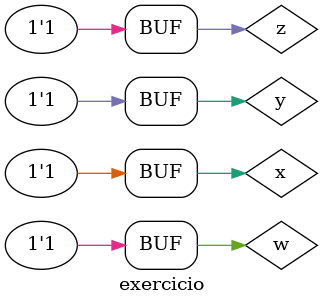
<source format=v>
/*
 
 Nome : Diego Da Siva Ferreira
 Matricula : 71 06 78


 NOTA: mux simplificado atraves da tabela verdade (metodo de karnaugh);

*/

/*w = 0 = or/nor
* w = 1 = and/nand
* z = 1 = or/and
* z = 0 = nor/nand
* */
module mux (output s, input x , y, w, z);

	assign s = (~x & ~y & ~z) | 
		   (~w & z & y)   |  
		   (x & y & z)    | 
		   (~w & z & x)   | 
		   (w & ~z & ~x)  | 
		   (w & ~z & ~y)  ; 

endmodule

module exercicio;

	reg x , y, w, z;
	wire s;

	mux novo (s  , x , y, w, z);
	
	initial
	begin : main

		    x = 1'b0; y = 1'b0; w = 1'b0; z = 1'b0;

		$display("x y selec1 selec2 saida");
		$monitor("%1b %1b   %1b     %1b     %1b" , x , y, w, z, s);


		#1  x = 1'b0; y = 1'b0; w = 1'b0; z = 1'b1;
		#1  x = 1'b0; y = 1'b0; w = 1'b1; z = 1'b0;
		#1  x = 1'b0; y = 1'b0; w = 1'b1; z = 1'b1;


		#1  x = 1'b0; y = 1'b1; w = 1'b0; z = 1'b0;
		#1  x = 1'b0; y = 1'b1; w = 1'b0; z = 1'b1;
		#1  x = 1'b0; y = 1'b1; w = 1'b1; z = 1'b0;
		#1  x = 1'b0; y = 1'b1; w = 1'b1; z = 1'b1;


		#1  x = 1'b1; y = 1'b0; w = 1'b0; z = 1'b0;
		#1  x = 1'b1; y = 1'b0; w = 1'b0; z = 1'b1;
		#1  x = 1'b1; y = 1'b0; w = 1'b1; z = 1'b0;
		#1  x = 1'b1; y = 1'b0; w = 1'b1; z = 1'b1;


		#1  x = 1'b1; y = 1'b1; w = 1'b0; z = 1'b0;
		#1  x = 1'b1; y = 1'b1; w = 1'b0; z = 1'b1;
		#1  x = 1'b1; y = 1'b1; w = 1'b1; z = 1'b0;
		#1  x = 1'b1; y = 1'b1; w = 1'b1; z = 1'b1;

	end//main
endmodule//exercicio
/*

x y selec1 selec2 saida
0 0   0     0     1
0 0   0     1     0
0 0   1     0     1
0 0   1     1     0
0 1   0     0     0
0 1   0     1     1
0 1   1     0     1
0 1   1     1     0
1 0   0     0     0
1 0   0     1     1
1 0   1     0     1
1 0   1     1     0
1 1   0     0     0
1 1   0     1     1
1 1   1     0     0
1 1   1     1     1


*/

</source>
